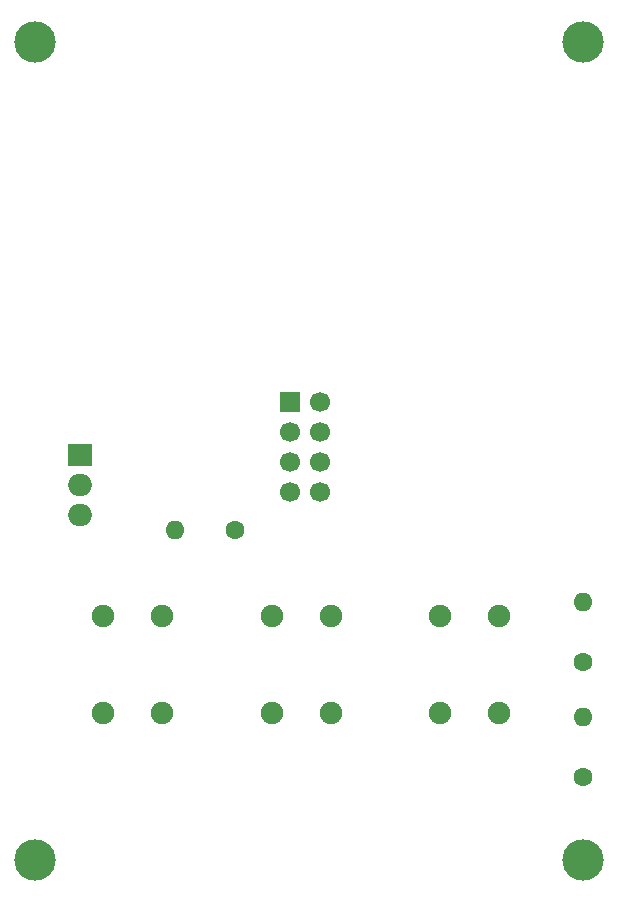
<source format=gbr>
%TF.GenerationSoftware,KiCad,Pcbnew,7.0.9*%
%TF.CreationDate,2024-07-01T11:41:40-07:00*%
%TF.ProjectId,detonator,6465746f-6e61-4746-9f72-2e6b69636164,rev?*%
%TF.SameCoordinates,Original*%
%TF.FileFunction,Soldermask,Bot*%
%TF.FilePolarity,Negative*%
%FSLAX46Y46*%
G04 Gerber Fmt 4.6, Leading zero omitted, Abs format (unit mm)*
G04 Created by KiCad (PCBNEW 7.0.9) date 2024-07-01 11:41:40*
%MOMM*%
%LPD*%
G01*
G04 APERTURE LIST*
%ADD10C,1.600000*%
%ADD11O,1.600000X1.600000*%
%ADD12C,3.500000*%
%ADD13C,1.700000*%
%ADD14R,1.700000X1.700000*%
%ADD15C,1.905000*%
%ADD16O,2.000000X1.905000*%
%ADD17R,2.000000X1.905000*%
G04 APERTURE END LIST*
D10*
%TO.C,SW2*%
X182245000Y-119380000D03*
D11*
X182245000Y-114300000D03*
%TD*%
D12*
%TO.C,H3*%
X135890000Y-126365000D03*
%TD*%
%TO.C,H4*%
X182245000Y-126365000D03*
%TD*%
%TO.C,H2*%
X182245000Y-57150000D03*
%TD*%
%TO.C,H1*%
X135890000Y-57150000D03*
%TD*%
D13*
%TO.C,U1*%
X160020000Y-95250000D03*
X157480000Y-95250000D03*
X160020000Y-92710000D03*
X157480000Y-92710000D03*
X160020000Y-90170000D03*
X157480000Y-90170000D03*
X160020000Y-87630000D03*
D14*
X157480000Y-87630000D03*
%TD*%
D11*
%TO.C,SW1*%
X182245000Y-104550000D03*
D10*
X182245000Y-109630000D03*
%TD*%
D15*
%TO.C,R2*%
X141605000Y-105693800D03*
X141605000Y-113893799D03*
X146605000Y-105693800D03*
X146605000Y-113893799D03*
%TD*%
D11*
%TO.C,R1*%
X147730000Y-98425000D03*
D10*
X152810000Y-98425000D03*
%TD*%
D16*
%TO.C,Q1*%
X139700000Y-97155000D03*
X139700000Y-94615000D03*
D17*
X139700000Y-92075000D03*
%TD*%
D15*
%TO.C,BT2*%
X160894399Y-113895199D03*
X160894399Y-105695200D03*
X155894399Y-113895199D03*
X155894399Y-105695200D03*
%TD*%
%TO.C,BT1*%
X175180000Y-113895199D03*
X175180000Y-105695200D03*
X170180000Y-113895199D03*
X170180000Y-105695200D03*
%TD*%
M02*

</source>
